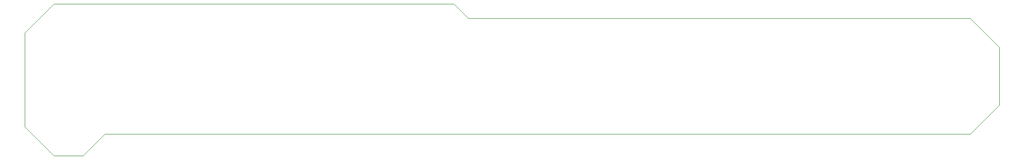
<source format=gbr>
G04 #@! TF.FileFunction,Profile,NP*
%FSLAX46Y46*%
G04 Gerber Fmt 4.6, Leading zero omitted, Abs format (unit mm)*
G04 Created by KiCad (PCBNEW 4.0.2-stable) date Thursday, 11 August 2016 'amt' 11:26:03*
%MOMM*%
G01*
G04 APERTURE LIST*
%ADD10C,0.100000*%
G04 APERTURE END LIST*
D10*
X113030000Y-66040000D02*
X63500000Y-66040000D01*
X115570000Y-68580000D02*
X113030000Y-66040000D01*
X203200000Y-68580000D02*
X115570000Y-68580000D01*
X208280000Y-73660000D02*
X203200000Y-68580000D01*
X208280000Y-83820000D02*
X208280000Y-73660000D01*
X203200000Y-88900000D02*
X208280000Y-83820000D01*
X104140000Y-88900000D02*
X203200000Y-88900000D01*
X52070000Y-88900000D02*
X104140000Y-88900000D01*
X48260000Y-92710000D02*
X52070000Y-88900000D01*
X43180000Y-92710000D02*
X48260000Y-92710000D01*
X38100000Y-87630000D02*
X43180000Y-92710000D01*
X38100000Y-71120000D02*
X38100000Y-87630000D01*
X43180000Y-66040000D02*
X38100000Y-71120000D01*
X63500000Y-66040000D02*
X43180000Y-66040000D01*
M02*

</source>
